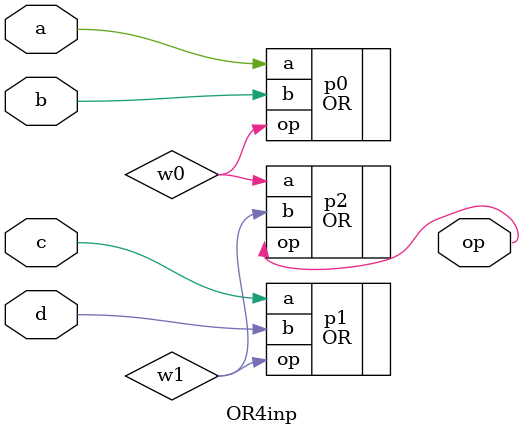
<source format=v>
`timescale 1ns / 1ps

module OR4inp(
    input a,
    input b,
    input c,
    input d,
    output op
    );
    wire w0,w1;
    OR p0(.a(a), .b(b), .op(w0));
    OR p1(.a(c), .b(d), .op(w1));
    OR p2(.a(w0), .b(w1), .op(op));
endmodule
</source>
